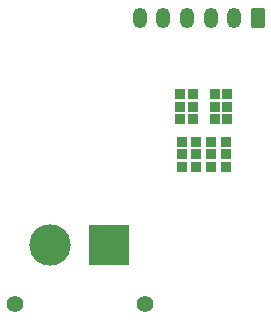
<source format=gbs>
%TF.GenerationSoftware,KiCad,Pcbnew,(6.0.7-1)-1*%
%TF.CreationDate,2023-02-20T21:04:05+08:00*%
%TF.ProjectId,driver,64726976-6572-42e6-9b69-6361645f7063,1.1*%
%TF.SameCoordinates,Original*%
%TF.FileFunction,Soldermask,Bot*%
%TF.FilePolarity,Negative*%
%FSLAX46Y46*%
G04 Gerber Fmt 4.6, Leading zero omitted, Abs format (unit mm)*
G04 Created by KiCad (PCBNEW (6.0.7-1)-1) date 2023-02-20 21:04:05*
%MOMM*%
%LPD*%
G01*
G04 APERTURE LIST*
G04 Aperture macros list*
%AMRoundRect*
0 Rectangle with rounded corners*
0 $1 Rounding radius*
0 $2 $3 $4 $5 $6 $7 $8 $9 X,Y pos of 4 corners*
0 Add a 4 corners polygon primitive as box body*
4,1,4,$2,$3,$4,$5,$6,$7,$8,$9,$2,$3,0*
0 Add four circle primitives for the rounded corners*
1,1,$1+$1,$2,$3*
1,1,$1+$1,$4,$5*
1,1,$1+$1,$6,$7*
1,1,$1+$1,$8,$9*
0 Add four rect primitives between the rounded corners*
20,1,$1+$1,$2,$3,$4,$5,0*
20,1,$1+$1,$4,$5,$6,$7,0*
20,1,$1+$1,$6,$7,$8,$9,0*
20,1,$1+$1,$8,$9,$2,$3,0*%
G04 Aperture macros list end*
%ADD10RoundRect,0.250000X0.350000X0.625000X-0.350000X0.625000X-0.350000X-0.625000X0.350000X-0.625000X0*%
%ADD11O,1.200000X1.750000*%
%ADD12R,0.808000X0.808000*%
%ADD13C,1.400000*%
%ADD14R,3.500000X3.500000*%
%ADD15C,3.500000*%
G04 APERTURE END LIST*
D10*
X115000000Y-95863750D03*
D11*
X113000000Y-95863750D03*
X111000000Y-95863750D03*
X109000000Y-95863750D03*
X107000000Y-95863750D03*
X105000000Y-95863750D03*
D12*
X112385000Y-104436150D03*
X111335000Y-104436150D03*
X112385000Y-103353150D03*
X111335000Y-103353150D03*
X112385000Y-102270150D03*
X111335000Y-102270150D03*
X109485000Y-104436150D03*
X108435000Y-104436150D03*
X109485000Y-103353150D03*
X108435000Y-103353150D03*
X109485000Y-102270150D03*
X108435000Y-102270150D03*
X112266250Y-108486150D03*
X111028750Y-108486150D03*
X109791250Y-108486150D03*
X108553750Y-108486150D03*
X112266250Y-107403150D03*
X111028750Y-107403150D03*
X109791250Y-107403150D03*
X108553750Y-107403150D03*
X112266250Y-106320150D03*
X111028750Y-106320150D03*
X109791250Y-106320150D03*
X108553750Y-106320150D03*
D13*
X94420700Y-120083750D03*
X105420700Y-120083750D03*
D14*
X102420700Y-115083750D03*
D15*
X97420700Y-115083750D03*
M02*

</source>
